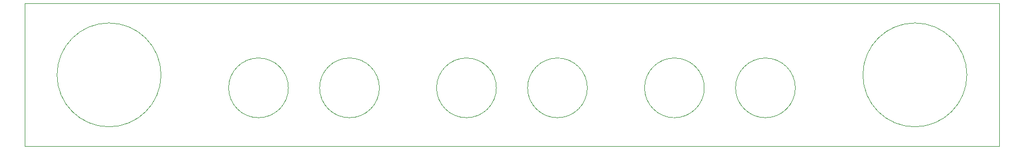
<source format=gbr>
G04 #@! TF.GenerationSoftware,KiCad,Pcbnew,(5.1.6)-1*
G04 #@! TF.CreationDate,2020-10-30T20:30:39+01:00*
G04 #@! TF.ProjectId,light-front,6c696768-742d-4667-926f-6e742e6b6963,rev?*
G04 #@! TF.SameCoordinates,Original*
G04 #@! TF.FileFunction,Profile,NP*
%FSLAX46Y46*%
G04 Gerber Fmt 4.6, Leading zero omitted, Abs format (unit mm)*
G04 Created by KiCad (PCBNEW (5.1.6)-1) date 2020-10-30 20:30:39*
%MOMM*%
%LPD*%
G01*
G04 APERTURE LIST*
G04 #@! TA.AperFunction,Profile*
%ADD10C,0.050000*%
G04 #@! TD*
G04 APERTURE END LIST*
D10*
X60000000Y-80000000D02*
X210000000Y-80000000D01*
X210000000Y-102000000D02*
X210000000Y-80000000D01*
X60000000Y-80000000D02*
X60000000Y-102000000D01*
X210000000Y-102000000D02*
X60000000Y-102000000D01*
X132600000Y-93000000D02*
G75*
G03*
X132600000Y-93000000I-4600000J0D01*
G01*
X81000000Y-91000000D02*
G75*
G03*
X81000000Y-91000000I-8000000J0D01*
G01*
X178600000Y-93000000D02*
G75*
G03*
X178600000Y-93000000I-4600000J0D01*
G01*
X146600000Y-93000000D02*
G75*
G03*
X146600000Y-93000000I-4600000J0D01*
G01*
X164600000Y-93000000D02*
G75*
G03*
X164600000Y-93000000I-4600000J0D01*
G01*
X114600000Y-93000000D02*
G75*
G03*
X114600000Y-93000000I-4600000J0D01*
G01*
X100600000Y-93000000D02*
G75*
G03*
X100600000Y-93000000I-4600000J0D01*
G01*
X205000000Y-91000000D02*
G75*
G03*
X205000000Y-91000000I-8000000J0D01*
G01*
M02*

</source>
